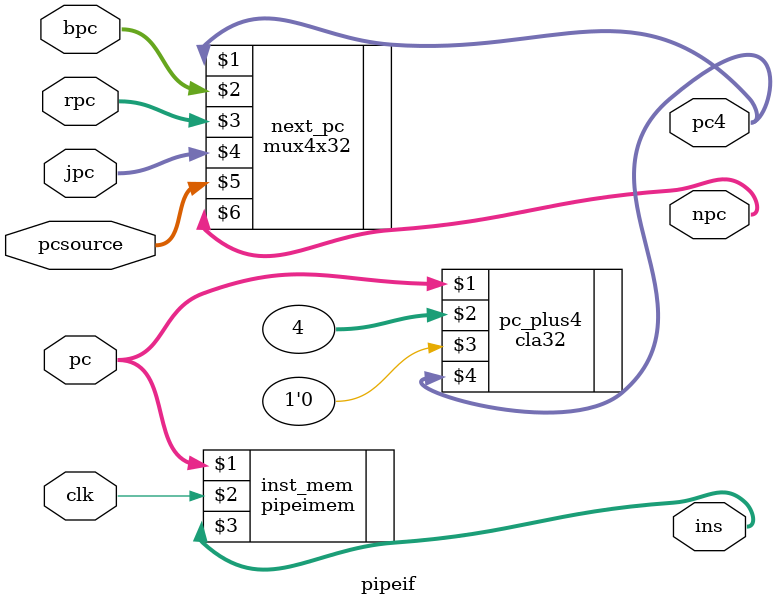
<source format=v>
`timescale 1ns / 1ps


module pipeif(pcsource,pc,bpc,rpc,jpc,npc,pc4,ins,clk);
    input [31:0] pc,bpc,rpc,jpc;
    input [1:0] pcsource;
    input clk;
    output [31:0] npc,pc4;
    output [31:0] ins;
    mux4x32 next_pc (pc4,bpc,rpc,jpc,pcsource,npc);
    cla32 pc_plus4 (pc,32'h4,1'b0,pc4);
    pipeimem inst_mem (pc,clk,ins);
endmodule

</source>
